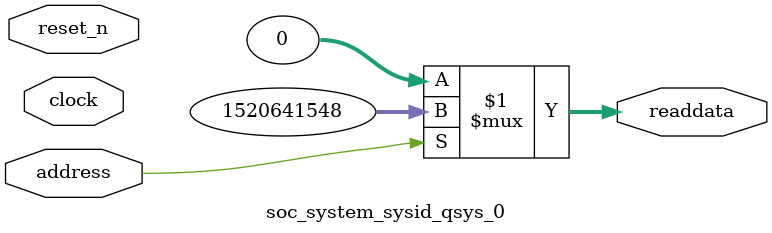
<source format=v>



// synthesis translate_off
`timescale 1ns / 1ps
// synthesis translate_on

// turn off superfluous verilog processor warnings 
// altera message_level Level1 
// altera message_off 10034 10035 10036 10037 10230 10240 10030 

module soc_system_sysid_qsys_0 (
               // inputs:
                address,
                clock,
                reset_n,

               // outputs:
                readdata
             )
;

  output  [ 31: 0] readdata;
  input            address;
  input            clock;
  input            reset_n;

  wire    [ 31: 0] readdata;
  //control_slave, which is an e_avalon_slave
  assign readdata = address ? 1520641548 : 0;

endmodule



</source>
